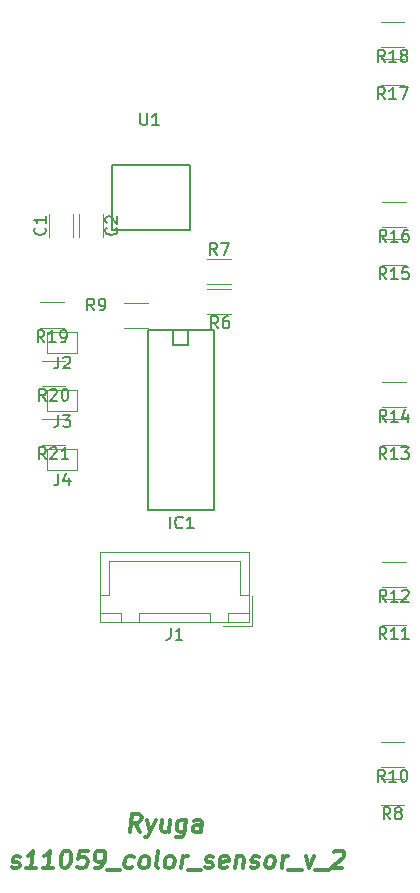
<source format=gto>
G04 #@! TF.GenerationSoftware,KiCad,Pcbnew,(5.1.0)-1*
G04 #@! TF.CreationDate,2019-03-20T22:54:13+09:00*
G04 #@! TF.ProjectId,I2C_color_sensor_v2,4932435f-636f-46c6-9f72-5f73656e736f,rev?*
G04 #@! TF.SameCoordinates,Original*
G04 #@! TF.FileFunction,Legend,Top*
G04 #@! TF.FilePolarity,Positive*
%FSLAX46Y46*%
G04 Gerber Fmt 4.6, Leading zero omitted, Abs format (unit mm)*
G04 Created by KiCad (PCBNEW (5.1.0)-1) date 2019-03-20 22:54:13*
%MOMM*%
%LPD*%
G04 APERTURE LIST*
%ADD10C,0.300000*%
%ADD11C,0.150000*%
%ADD12C,0.120000*%
G04 APERTURE END LIST*
D10*
X134201071Y-136568571D02*
X133790357Y-135854285D01*
X133343928Y-136568571D02*
X133531428Y-135068571D01*
X134102857Y-135068571D01*
X134236785Y-135140000D01*
X134299285Y-135211428D01*
X134352857Y-135354285D01*
X134326071Y-135568571D01*
X134236785Y-135711428D01*
X134156428Y-135782857D01*
X134004642Y-135854285D01*
X133433214Y-135854285D01*
X134826071Y-135568571D02*
X135058214Y-136568571D01*
X135540357Y-135568571D02*
X135058214Y-136568571D01*
X134870714Y-136925714D01*
X134790357Y-136997142D01*
X134638571Y-137068571D01*
X136754642Y-135568571D02*
X136629642Y-136568571D01*
X136111785Y-135568571D02*
X136013571Y-136354285D01*
X136067142Y-136497142D01*
X136201071Y-136568571D01*
X136415357Y-136568571D01*
X136567142Y-136497142D01*
X136647500Y-136425714D01*
X138111785Y-135568571D02*
X137960000Y-136782857D01*
X137870714Y-136925714D01*
X137790357Y-136997142D01*
X137638571Y-137068571D01*
X137424285Y-137068571D01*
X137290357Y-136997142D01*
X137995714Y-136497142D02*
X137843928Y-136568571D01*
X137558214Y-136568571D01*
X137424285Y-136497142D01*
X137361785Y-136425714D01*
X137308214Y-136282857D01*
X137361785Y-135854285D01*
X137451071Y-135711428D01*
X137531428Y-135640000D01*
X137683214Y-135568571D01*
X137968928Y-135568571D01*
X138102857Y-135640000D01*
X139343928Y-136568571D02*
X139442142Y-135782857D01*
X139388571Y-135640000D01*
X139254642Y-135568571D01*
X138968928Y-135568571D01*
X138817142Y-135640000D01*
X139352857Y-136497142D02*
X139201071Y-136568571D01*
X138843928Y-136568571D01*
X138710000Y-136497142D01*
X138656428Y-136354285D01*
X138674285Y-136211428D01*
X138763571Y-136068571D01*
X138915357Y-135997142D01*
X139272500Y-135997142D01*
X139424285Y-135925714D01*
X123352857Y-139607142D02*
X123486785Y-139678571D01*
X123772500Y-139678571D01*
X123924285Y-139607142D01*
X124013571Y-139464285D01*
X124022500Y-139392857D01*
X123968928Y-139250000D01*
X123835000Y-139178571D01*
X123620714Y-139178571D01*
X123486785Y-139107142D01*
X123433214Y-138964285D01*
X123442142Y-138892857D01*
X123531428Y-138750000D01*
X123683214Y-138678571D01*
X123897500Y-138678571D01*
X124031428Y-138750000D01*
X125415357Y-139678571D02*
X124558214Y-139678571D01*
X124986785Y-139678571D02*
X125174285Y-138178571D01*
X125004642Y-138392857D01*
X124843928Y-138535714D01*
X124692142Y-138607142D01*
X126843928Y-139678571D02*
X125986785Y-139678571D01*
X126415357Y-139678571D02*
X126602857Y-138178571D01*
X126433214Y-138392857D01*
X126272500Y-138535714D01*
X126120714Y-138607142D01*
X127960000Y-138178571D02*
X128102857Y-138178571D01*
X128236785Y-138250000D01*
X128299285Y-138321428D01*
X128352857Y-138464285D01*
X128388571Y-138750000D01*
X128343928Y-139107142D01*
X128236785Y-139392857D01*
X128147500Y-139535714D01*
X128067142Y-139607142D01*
X127915357Y-139678571D01*
X127772500Y-139678571D01*
X127638571Y-139607142D01*
X127576071Y-139535714D01*
X127522500Y-139392857D01*
X127486785Y-139107142D01*
X127531428Y-138750000D01*
X127638571Y-138464285D01*
X127727857Y-138321428D01*
X127808214Y-138250000D01*
X127960000Y-138178571D01*
X129817142Y-138178571D02*
X129102857Y-138178571D01*
X128942142Y-138892857D01*
X129022500Y-138821428D01*
X129174285Y-138750000D01*
X129531428Y-138750000D01*
X129665357Y-138821428D01*
X129727857Y-138892857D01*
X129781428Y-139035714D01*
X129736785Y-139392857D01*
X129647500Y-139535714D01*
X129567142Y-139607142D01*
X129415357Y-139678571D01*
X129058214Y-139678571D01*
X128924285Y-139607142D01*
X128861785Y-139535714D01*
X130415357Y-139678571D02*
X130701071Y-139678571D01*
X130852857Y-139607142D01*
X130933214Y-139535714D01*
X131102857Y-139321428D01*
X131210000Y-139035714D01*
X131281428Y-138464285D01*
X131227857Y-138321428D01*
X131165357Y-138250000D01*
X131031428Y-138178571D01*
X130745714Y-138178571D01*
X130593928Y-138250000D01*
X130513571Y-138321428D01*
X130424285Y-138464285D01*
X130379642Y-138821428D01*
X130433214Y-138964285D01*
X130495714Y-139035714D01*
X130629642Y-139107142D01*
X130915357Y-139107142D01*
X131067142Y-139035714D01*
X131147500Y-138964285D01*
X131236785Y-138821428D01*
X131397500Y-139821428D02*
X132540357Y-139821428D01*
X133567142Y-139607142D02*
X133415357Y-139678571D01*
X133129642Y-139678571D01*
X132995714Y-139607142D01*
X132933214Y-139535714D01*
X132879642Y-139392857D01*
X132933214Y-138964285D01*
X133022500Y-138821428D01*
X133102857Y-138750000D01*
X133254642Y-138678571D01*
X133540357Y-138678571D01*
X133674285Y-138750000D01*
X134415357Y-139678571D02*
X134281428Y-139607142D01*
X134218928Y-139535714D01*
X134165357Y-139392857D01*
X134218928Y-138964285D01*
X134308214Y-138821428D01*
X134388571Y-138750000D01*
X134540357Y-138678571D01*
X134754642Y-138678571D01*
X134888571Y-138750000D01*
X134951071Y-138821428D01*
X135004642Y-138964285D01*
X134951071Y-139392857D01*
X134861785Y-139535714D01*
X134781428Y-139607142D01*
X134629642Y-139678571D01*
X134415357Y-139678571D01*
X135772500Y-139678571D02*
X135638571Y-139607142D01*
X135585000Y-139464285D01*
X135745714Y-138178571D01*
X136558214Y-139678571D02*
X136424285Y-139607142D01*
X136361785Y-139535714D01*
X136308214Y-139392857D01*
X136361785Y-138964285D01*
X136451071Y-138821428D01*
X136531428Y-138750000D01*
X136683214Y-138678571D01*
X136897500Y-138678571D01*
X137031428Y-138750000D01*
X137093928Y-138821428D01*
X137147500Y-138964285D01*
X137093928Y-139392857D01*
X137004642Y-139535714D01*
X136924285Y-139607142D01*
X136772500Y-139678571D01*
X136558214Y-139678571D01*
X137701071Y-139678571D02*
X137826071Y-138678571D01*
X137790357Y-138964285D02*
X137879642Y-138821428D01*
X137960000Y-138750000D01*
X138111785Y-138678571D01*
X138254642Y-138678571D01*
X138254642Y-139821428D02*
X139397500Y-139821428D01*
X139710000Y-139607142D02*
X139843928Y-139678571D01*
X140129642Y-139678571D01*
X140281428Y-139607142D01*
X140370714Y-139464285D01*
X140379642Y-139392857D01*
X140326071Y-139250000D01*
X140192142Y-139178571D01*
X139977857Y-139178571D01*
X139843928Y-139107142D01*
X139790357Y-138964285D01*
X139799285Y-138892857D01*
X139888571Y-138750000D01*
X140040357Y-138678571D01*
X140254642Y-138678571D01*
X140388571Y-138750000D01*
X141567142Y-139607142D02*
X141415357Y-139678571D01*
X141129642Y-139678571D01*
X140995714Y-139607142D01*
X140942142Y-139464285D01*
X141013571Y-138892857D01*
X141102857Y-138750000D01*
X141254642Y-138678571D01*
X141540357Y-138678571D01*
X141674285Y-138750000D01*
X141727857Y-138892857D01*
X141710000Y-139035714D01*
X140977857Y-139178571D01*
X142397500Y-138678571D02*
X142272500Y-139678571D01*
X142379642Y-138821428D02*
X142460000Y-138750000D01*
X142611785Y-138678571D01*
X142826071Y-138678571D01*
X142960000Y-138750000D01*
X143013571Y-138892857D01*
X142915357Y-139678571D01*
X143567142Y-139607142D02*
X143701071Y-139678571D01*
X143986785Y-139678571D01*
X144138571Y-139607142D01*
X144227857Y-139464285D01*
X144236785Y-139392857D01*
X144183214Y-139250000D01*
X144049285Y-139178571D01*
X143835000Y-139178571D01*
X143701071Y-139107142D01*
X143647500Y-138964285D01*
X143656428Y-138892857D01*
X143745714Y-138750000D01*
X143897500Y-138678571D01*
X144111785Y-138678571D01*
X144245714Y-138750000D01*
X145058214Y-139678571D02*
X144924285Y-139607142D01*
X144861785Y-139535714D01*
X144808214Y-139392857D01*
X144861785Y-138964285D01*
X144951071Y-138821428D01*
X145031428Y-138750000D01*
X145183214Y-138678571D01*
X145397500Y-138678571D01*
X145531428Y-138750000D01*
X145593928Y-138821428D01*
X145647500Y-138964285D01*
X145593928Y-139392857D01*
X145504642Y-139535714D01*
X145424285Y-139607142D01*
X145272500Y-139678571D01*
X145058214Y-139678571D01*
X146201071Y-139678571D02*
X146326071Y-138678571D01*
X146290357Y-138964285D02*
X146379642Y-138821428D01*
X146460000Y-138750000D01*
X146611785Y-138678571D01*
X146754642Y-138678571D01*
X146754642Y-139821428D02*
X147897500Y-139821428D01*
X148254642Y-138678571D02*
X148486785Y-139678571D01*
X148968928Y-138678571D01*
X149040357Y-139821428D02*
X150183214Y-139821428D01*
X150656428Y-138321428D02*
X150736785Y-138250000D01*
X150888571Y-138178571D01*
X151245714Y-138178571D01*
X151379642Y-138250000D01*
X151442142Y-138321428D01*
X151495714Y-138464285D01*
X151477857Y-138607142D01*
X151379642Y-138821428D01*
X150415357Y-139678571D01*
X151343928Y-139678571D01*
D11*
X138460000Y-85638000D02*
X131860000Y-85638000D01*
X131860000Y-85638000D02*
X131860000Y-80138000D01*
X131860000Y-80138000D02*
X138460000Y-80138000D01*
X138460000Y-80138000D02*
X138460000Y-85638000D01*
X140462000Y-109347000D02*
X134874000Y-109347000D01*
X140462000Y-94107000D02*
X134874000Y-94107000D01*
X140462000Y-109347000D02*
X140462000Y-94107000D01*
X138303000Y-94107000D02*
X138303000Y-95377000D01*
X138303000Y-95377000D02*
X137033000Y-95377000D01*
X137033000Y-95377000D02*
X137033000Y-94107000D01*
X134874000Y-94107000D02*
X134874000Y-109347000D01*
D12*
X143725000Y-119130000D02*
X143725000Y-116630000D01*
X141225000Y-119130000D02*
X143725000Y-119130000D01*
X131575000Y-113630000D02*
X137125000Y-113630000D01*
X131575000Y-116580000D02*
X131575000Y-113630000D01*
X130825000Y-116580000D02*
X131575000Y-116580000D01*
X142675000Y-113630000D02*
X137125000Y-113630000D01*
X142675000Y-116580000D02*
X142675000Y-113630000D01*
X143425000Y-116580000D02*
X142675000Y-116580000D01*
X130825000Y-118830000D02*
X132625000Y-118830000D01*
X130825000Y-118080000D02*
X130825000Y-118830000D01*
X132625000Y-118080000D02*
X130825000Y-118080000D01*
X132625000Y-118830000D02*
X132625000Y-118080000D01*
X141625000Y-118830000D02*
X143425000Y-118830000D01*
X141625000Y-118080000D02*
X141625000Y-118830000D01*
X143425000Y-118080000D02*
X141625000Y-118080000D01*
X143425000Y-118830000D02*
X143425000Y-118080000D01*
X134125000Y-118830000D02*
X140125000Y-118830000D01*
X134125000Y-118080000D02*
X134125000Y-118830000D01*
X140125000Y-118080000D02*
X134125000Y-118080000D01*
X140125000Y-118830000D02*
X140125000Y-118080000D01*
X130825000Y-118830000D02*
X143425000Y-118830000D01*
X130825000Y-112880000D02*
X130825000Y-118830000D01*
X143425000Y-112880000D02*
X130825000Y-112880000D01*
X143425000Y-118830000D02*
X143425000Y-112880000D01*
X128560000Y-86265000D02*
X128560000Y-84265000D01*
X126520000Y-84265000D02*
X126520000Y-86265000D01*
X131100000Y-86265000D02*
X131100000Y-84265000D01*
X129060000Y-84265000D02*
X129060000Y-86265000D01*
X139875000Y-90624000D02*
X141875000Y-90624000D01*
X141875000Y-92764000D02*
X139875000Y-92764000D01*
X141875000Y-90224000D02*
X139875000Y-90224000D01*
X139875000Y-88084000D02*
X141875000Y-88084000D01*
X132890000Y-91815000D02*
X134890000Y-91815000D01*
X134890000Y-93955000D02*
X132890000Y-93955000D01*
X128905000Y-94233000D02*
X128905000Y-96013000D01*
X126365000Y-96013000D02*
X126365000Y-94233000D01*
X126365000Y-96013000D02*
X128905000Y-96013000D01*
X128905000Y-94233000D02*
X126365000Y-94233000D01*
X128905000Y-99186000D02*
X128905000Y-100966000D01*
X126365000Y-100966000D02*
X126365000Y-99186000D01*
X126365000Y-100966000D02*
X128905000Y-100966000D01*
X128905000Y-99186000D02*
X126365000Y-99186000D01*
X128905000Y-104139000D02*
X126365000Y-104139000D01*
X126365000Y-105919000D02*
X128905000Y-105919000D01*
X126365000Y-105919000D02*
X126365000Y-104139000D01*
X128905000Y-104139000D02*
X128905000Y-105919000D01*
X127746000Y-93907000D02*
X125746000Y-93907000D01*
X125746000Y-91767000D02*
X127746000Y-91767000D01*
X125873000Y-96720000D02*
X127873000Y-96720000D01*
X127873000Y-98860000D02*
X125873000Y-98860000D01*
X127873000Y-103813000D02*
X125873000Y-103813000D01*
X125873000Y-101673000D02*
X127873000Y-101673000D01*
X156575000Y-134293000D02*
X154575000Y-134293000D01*
X154575000Y-132153000D02*
X156575000Y-132153000D01*
X154575000Y-128978000D02*
X156575000Y-128978000D01*
X156575000Y-131118000D02*
X154575000Y-131118000D01*
X156702000Y-119053000D02*
X154702000Y-119053000D01*
X154702000Y-116913000D02*
X156702000Y-116913000D01*
X154702000Y-113738000D02*
X156702000Y-113738000D01*
X156702000Y-115878000D02*
X154702000Y-115878000D01*
X156702000Y-103813000D02*
X154702000Y-103813000D01*
X154702000Y-101673000D02*
X156702000Y-101673000D01*
X154702000Y-98498000D02*
X156702000Y-98498000D01*
X156702000Y-100638000D02*
X154702000Y-100638000D01*
X156702000Y-88573000D02*
X154702000Y-88573000D01*
X154702000Y-86433000D02*
X156702000Y-86433000D01*
X154702000Y-83258000D02*
X156702000Y-83258000D01*
X156702000Y-85398000D02*
X154702000Y-85398000D01*
X156575000Y-73333000D02*
X154575000Y-73333000D01*
X154575000Y-71193000D02*
X156575000Y-71193000D01*
X154575000Y-68018000D02*
X156575000Y-68018000D01*
X156575000Y-70158000D02*
X154575000Y-70158000D01*
D11*
X134238095Y-75745380D02*
X134238095Y-76554904D01*
X134285714Y-76650142D01*
X134333333Y-76697761D01*
X134428571Y-76745380D01*
X134619047Y-76745380D01*
X134714285Y-76697761D01*
X134761904Y-76650142D01*
X134809523Y-76554904D01*
X134809523Y-75745380D01*
X135809523Y-76745380D02*
X135238095Y-76745380D01*
X135523809Y-76745380D02*
X135523809Y-75745380D01*
X135428571Y-75888238D01*
X135333333Y-75983476D01*
X135238095Y-76031095D01*
X136761809Y-110904380D02*
X136761809Y-109904380D01*
X137809428Y-110809142D02*
X137761809Y-110856761D01*
X137618952Y-110904380D01*
X137523714Y-110904380D01*
X137380857Y-110856761D01*
X137285619Y-110761523D01*
X137238000Y-110666285D01*
X137190380Y-110475809D01*
X137190380Y-110332952D01*
X137238000Y-110142476D01*
X137285619Y-110047238D01*
X137380857Y-109952000D01*
X137523714Y-109904380D01*
X137618952Y-109904380D01*
X137761809Y-109952000D01*
X137809428Y-109999619D01*
X138761809Y-110904380D02*
X138190380Y-110904380D01*
X138476095Y-110904380D02*
X138476095Y-109904380D01*
X138380857Y-110047238D01*
X138285619Y-110142476D01*
X138190380Y-110190095D01*
X136791666Y-119332380D02*
X136791666Y-120046666D01*
X136744047Y-120189523D01*
X136648809Y-120284761D01*
X136505952Y-120332380D01*
X136410714Y-120332380D01*
X137791666Y-120332380D02*
X137220238Y-120332380D01*
X137505952Y-120332380D02*
X137505952Y-119332380D01*
X137410714Y-119475238D01*
X137315476Y-119570476D01*
X137220238Y-119618095D01*
X126147142Y-85431666D02*
X126194761Y-85479285D01*
X126242380Y-85622142D01*
X126242380Y-85717380D01*
X126194761Y-85860238D01*
X126099523Y-85955476D01*
X126004285Y-86003095D01*
X125813809Y-86050714D01*
X125670952Y-86050714D01*
X125480476Y-86003095D01*
X125385238Y-85955476D01*
X125290000Y-85860238D01*
X125242380Y-85717380D01*
X125242380Y-85622142D01*
X125290000Y-85479285D01*
X125337619Y-85431666D01*
X126242380Y-84479285D02*
X126242380Y-85050714D01*
X126242380Y-84765000D02*
X125242380Y-84765000D01*
X125385238Y-84860238D01*
X125480476Y-84955476D01*
X125528095Y-85050714D01*
X132187142Y-85431666D02*
X132234761Y-85479285D01*
X132282380Y-85622142D01*
X132282380Y-85717380D01*
X132234761Y-85860238D01*
X132139523Y-85955476D01*
X132044285Y-86003095D01*
X131853809Y-86050714D01*
X131710952Y-86050714D01*
X131520476Y-86003095D01*
X131425238Y-85955476D01*
X131330000Y-85860238D01*
X131282380Y-85717380D01*
X131282380Y-85622142D01*
X131330000Y-85479285D01*
X131377619Y-85431666D01*
X131377619Y-85050714D02*
X131330000Y-85003095D01*
X131282380Y-84907857D01*
X131282380Y-84669761D01*
X131330000Y-84574523D01*
X131377619Y-84526904D01*
X131472857Y-84479285D01*
X131568095Y-84479285D01*
X131710952Y-84526904D01*
X132282380Y-85098333D01*
X132282380Y-84479285D01*
X140833333Y-93952380D02*
X140500000Y-93476190D01*
X140261904Y-93952380D02*
X140261904Y-92952380D01*
X140642857Y-92952380D01*
X140738095Y-93000000D01*
X140785714Y-93047619D01*
X140833333Y-93142857D01*
X140833333Y-93285714D01*
X140785714Y-93380952D01*
X140738095Y-93428571D01*
X140642857Y-93476190D01*
X140261904Y-93476190D01*
X141690476Y-92952380D02*
X141500000Y-92952380D01*
X141404761Y-93000000D01*
X141357142Y-93047619D01*
X141261904Y-93190476D01*
X141214285Y-93380952D01*
X141214285Y-93761904D01*
X141261904Y-93857142D01*
X141309523Y-93904761D01*
X141404761Y-93952380D01*
X141595238Y-93952380D01*
X141690476Y-93904761D01*
X141738095Y-93857142D01*
X141785714Y-93761904D01*
X141785714Y-93523809D01*
X141738095Y-93428571D01*
X141690476Y-93380952D01*
X141595238Y-93333333D01*
X141404761Y-93333333D01*
X141309523Y-93380952D01*
X141261904Y-93428571D01*
X141214285Y-93523809D01*
X140708333Y-87756380D02*
X140375000Y-87280190D01*
X140136904Y-87756380D02*
X140136904Y-86756380D01*
X140517857Y-86756380D01*
X140613095Y-86804000D01*
X140660714Y-86851619D01*
X140708333Y-86946857D01*
X140708333Y-87089714D01*
X140660714Y-87184952D01*
X140613095Y-87232571D01*
X140517857Y-87280190D01*
X140136904Y-87280190D01*
X141041666Y-86756380D02*
X141708333Y-86756380D01*
X141279761Y-87756380D01*
X130333333Y-92452380D02*
X130000000Y-91976190D01*
X129761904Y-92452380D02*
X129761904Y-91452380D01*
X130142857Y-91452380D01*
X130238095Y-91500000D01*
X130285714Y-91547619D01*
X130333333Y-91642857D01*
X130333333Y-91785714D01*
X130285714Y-91880952D01*
X130238095Y-91928571D01*
X130142857Y-91976190D01*
X129761904Y-91976190D01*
X130809523Y-92452380D02*
X131000000Y-92452380D01*
X131095238Y-92404761D01*
X131142857Y-92357142D01*
X131238095Y-92214285D01*
X131285714Y-92023809D01*
X131285714Y-91642857D01*
X131238095Y-91547619D01*
X131190476Y-91500000D01*
X131095238Y-91452380D01*
X130904761Y-91452380D01*
X130809523Y-91500000D01*
X130761904Y-91547619D01*
X130714285Y-91642857D01*
X130714285Y-91880952D01*
X130761904Y-91976190D01*
X130809523Y-92023809D01*
X130904761Y-92071428D01*
X131095238Y-92071428D01*
X131190476Y-92023809D01*
X131238095Y-91976190D01*
X131285714Y-91880952D01*
X127301666Y-96355380D02*
X127301666Y-97069666D01*
X127254047Y-97212523D01*
X127158809Y-97307761D01*
X127015952Y-97355380D01*
X126920714Y-97355380D01*
X127730238Y-96450619D02*
X127777857Y-96403000D01*
X127873095Y-96355380D01*
X128111190Y-96355380D01*
X128206428Y-96403000D01*
X128254047Y-96450619D01*
X128301666Y-96545857D01*
X128301666Y-96641095D01*
X128254047Y-96783952D01*
X127682619Y-97355380D01*
X128301666Y-97355380D01*
X127301666Y-101308380D02*
X127301666Y-102022666D01*
X127254047Y-102165523D01*
X127158809Y-102260761D01*
X127015952Y-102308380D01*
X126920714Y-102308380D01*
X127682619Y-101308380D02*
X128301666Y-101308380D01*
X127968333Y-101689333D01*
X128111190Y-101689333D01*
X128206428Y-101736952D01*
X128254047Y-101784571D01*
X128301666Y-101879809D01*
X128301666Y-102117904D01*
X128254047Y-102213142D01*
X128206428Y-102260761D01*
X128111190Y-102308380D01*
X127825476Y-102308380D01*
X127730238Y-102260761D01*
X127682619Y-102213142D01*
X127301666Y-106261380D02*
X127301666Y-106975666D01*
X127254047Y-107118523D01*
X127158809Y-107213761D01*
X127015952Y-107261380D01*
X126920714Y-107261380D01*
X128206428Y-106594714D02*
X128206428Y-107261380D01*
X127968333Y-106213761D02*
X127730238Y-106928047D01*
X128349285Y-106928047D01*
X126103142Y-95139380D02*
X125769809Y-94663190D01*
X125531714Y-95139380D02*
X125531714Y-94139380D01*
X125912666Y-94139380D01*
X126007904Y-94187000D01*
X126055523Y-94234619D01*
X126103142Y-94329857D01*
X126103142Y-94472714D01*
X126055523Y-94567952D01*
X126007904Y-94615571D01*
X125912666Y-94663190D01*
X125531714Y-94663190D01*
X127055523Y-95139380D02*
X126484095Y-95139380D01*
X126769809Y-95139380D02*
X126769809Y-94139380D01*
X126674571Y-94282238D01*
X126579333Y-94377476D01*
X126484095Y-94425095D01*
X127531714Y-95139380D02*
X127722190Y-95139380D01*
X127817428Y-95091761D01*
X127865047Y-95044142D01*
X127960285Y-94901285D01*
X128007904Y-94710809D01*
X128007904Y-94329857D01*
X127960285Y-94234619D01*
X127912666Y-94187000D01*
X127817428Y-94139380D01*
X127626952Y-94139380D01*
X127531714Y-94187000D01*
X127484095Y-94234619D01*
X127436476Y-94329857D01*
X127436476Y-94567952D01*
X127484095Y-94663190D01*
X127531714Y-94710809D01*
X127626952Y-94758428D01*
X127817428Y-94758428D01*
X127912666Y-94710809D01*
X127960285Y-94663190D01*
X128007904Y-94567952D01*
X126230142Y-100092380D02*
X125896809Y-99616190D01*
X125658714Y-100092380D02*
X125658714Y-99092380D01*
X126039666Y-99092380D01*
X126134904Y-99140000D01*
X126182523Y-99187619D01*
X126230142Y-99282857D01*
X126230142Y-99425714D01*
X126182523Y-99520952D01*
X126134904Y-99568571D01*
X126039666Y-99616190D01*
X125658714Y-99616190D01*
X126611095Y-99187619D02*
X126658714Y-99140000D01*
X126753952Y-99092380D01*
X126992047Y-99092380D01*
X127087285Y-99140000D01*
X127134904Y-99187619D01*
X127182523Y-99282857D01*
X127182523Y-99378095D01*
X127134904Y-99520952D01*
X126563476Y-100092380D01*
X127182523Y-100092380D01*
X127801571Y-99092380D02*
X127896809Y-99092380D01*
X127992047Y-99140000D01*
X128039666Y-99187619D01*
X128087285Y-99282857D01*
X128134904Y-99473333D01*
X128134904Y-99711428D01*
X128087285Y-99901904D01*
X128039666Y-99997142D01*
X127992047Y-100044761D01*
X127896809Y-100092380D01*
X127801571Y-100092380D01*
X127706333Y-100044761D01*
X127658714Y-99997142D01*
X127611095Y-99901904D01*
X127563476Y-99711428D01*
X127563476Y-99473333D01*
X127611095Y-99282857D01*
X127658714Y-99187619D01*
X127706333Y-99140000D01*
X127801571Y-99092380D01*
X126230142Y-105045380D02*
X125896809Y-104569190D01*
X125658714Y-105045380D02*
X125658714Y-104045380D01*
X126039666Y-104045380D01*
X126134904Y-104093000D01*
X126182523Y-104140619D01*
X126230142Y-104235857D01*
X126230142Y-104378714D01*
X126182523Y-104473952D01*
X126134904Y-104521571D01*
X126039666Y-104569190D01*
X125658714Y-104569190D01*
X126611095Y-104140619D02*
X126658714Y-104093000D01*
X126753952Y-104045380D01*
X126992047Y-104045380D01*
X127087285Y-104093000D01*
X127134904Y-104140619D01*
X127182523Y-104235857D01*
X127182523Y-104331095D01*
X127134904Y-104473952D01*
X126563476Y-105045380D01*
X127182523Y-105045380D01*
X128134904Y-105045380D02*
X127563476Y-105045380D01*
X127849190Y-105045380D02*
X127849190Y-104045380D01*
X127753952Y-104188238D01*
X127658714Y-104283476D01*
X127563476Y-104331095D01*
X155408333Y-135525380D02*
X155075000Y-135049190D01*
X154836904Y-135525380D02*
X154836904Y-134525380D01*
X155217857Y-134525380D01*
X155313095Y-134573000D01*
X155360714Y-134620619D01*
X155408333Y-134715857D01*
X155408333Y-134858714D01*
X155360714Y-134953952D01*
X155313095Y-135001571D01*
X155217857Y-135049190D01*
X154836904Y-135049190D01*
X155979761Y-134953952D02*
X155884523Y-134906333D01*
X155836904Y-134858714D01*
X155789285Y-134763476D01*
X155789285Y-134715857D01*
X155836904Y-134620619D01*
X155884523Y-134573000D01*
X155979761Y-134525380D01*
X156170238Y-134525380D01*
X156265476Y-134573000D01*
X156313095Y-134620619D01*
X156360714Y-134715857D01*
X156360714Y-134763476D01*
X156313095Y-134858714D01*
X156265476Y-134906333D01*
X156170238Y-134953952D01*
X155979761Y-134953952D01*
X155884523Y-135001571D01*
X155836904Y-135049190D01*
X155789285Y-135144428D01*
X155789285Y-135334904D01*
X155836904Y-135430142D01*
X155884523Y-135477761D01*
X155979761Y-135525380D01*
X156170238Y-135525380D01*
X156265476Y-135477761D01*
X156313095Y-135430142D01*
X156360714Y-135334904D01*
X156360714Y-135144428D01*
X156313095Y-135049190D01*
X156265476Y-135001571D01*
X156170238Y-134953952D01*
X154932142Y-132350380D02*
X154598809Y-131874190D01*
X154360714Y-132350380D02*
X154360714Y-131350380D01*
X154741666Y-131350380D01*
X154836904Y-131398000D01*
X154884523Y-131445619D01*
X154932142Y-131540857D01*
X154932142Y-131683714D01*
X154884523Y-131778952D01*
X154836904Y-131826571D01*
X154741666Y-131874190D01*
X154360714Y-131874190D01*
X155884523Y-132350380D02*
X155313095Y-132350380D01*
X155598809Y-132350380D02*
X155598809Y-131350380D01*
X155503571Y-131493238D01*
X155408333Y-131588476D01*
X155313095Y-131636095D01*
X156503571Y-131350380D02*
X156598809Y-131350380D01*
X156694047Y-131398000D01*
X156741666Y-131445619D01*
X156789285Y-131540857D01*
X156836904Y-131731333D01*
X156836904Y-131969428D01*
X156789285Y-132159904D01*
X156741666Y-132255142D01*
X156694047Y-132302761D01*
X156598809Y-132350380D01*
X156503571Y-132350380D01*
X156408333Y-132302761D01*
X156360714Y-132255142D01*
X156313095Y-132159904D01*
X156265476Y-131969428D01*
X156265476Y-131731333D01*
X156313095Y-131540857D01*
X156360714Y-131445619D01*
X156408333Y-131398000D01*
X156503571Y-131350380D01*
X155059142Y-120285380D02*
X154725809Y-119809190D01*
X154487714Y-120285380D02*
X154487714Y-119285380D01*
X154868666Y-119285380D01*
X154963904Y-119333000D01*
X155011523Y-119380619D01*
X155059142Y-119475857D01*
X155059142Y-119618714D01*
X155011523Y-119713952D01*
X154963904Y-119761571D01*
X154868666Y-119809190D01*
X154487714Y-119809190D01*
X156011523Y-120285380D02*
X155440095Y-120285380D01*
X155725809Y-120285380D02*
X155725809Y-119285380D01*
X155630571Y-119428238D01*
X155535333Y-119523476D01*
X155440095Y-119571095D01*
X156963904Y-120285380D02*
X156392476Y-120285380D01*
X156678190Y-120285380D02*
X156678190Y-119285380D01*
X156582952Y-119428238D01*
X156487714Y-119523476D01*
X156392476Y-119571095D01*
X155059142Y-117110380D02*
X154725809Y-116634190D01*
X154487714Y-117110380D02*
X154487714Y-116110380D01*
X154868666Y-116110380D01*
X154963904Y-116158000D01*
X155011523Y-116205619D01*
X155059142Y-116300857D01*
X155059142Y-116443714D01*
X155011523Y-116538952D01*
X154963904Y-116586571D01*
X154868666Y-116634190D01*
X154487714Y-116634190D01*
X156011523Y-117110380D02*
X155440095Y-117110380D01*
X155725809Y-117110380D02*
X155725809Y-116110380D01*
X155630571Y-116253238D01*
X155535333Y-116348476D01*
X155440095Y-116396095D01*
X156392476Y-116205619D02*
X156440095Y-116158000D01*
X156535333Y-116110380D01*
X156773428Y-116110380D01*
X156868666Y-116158000D01*
X156916285Y-116205619D01*
X156963904Y-116300857D01*
X156963904Y-116396095D01*
X156916285Y-116538952D01*
X156344857Y-117110380D01*
X156963904Y-117110380D01*
X155059142Y-105045380D02*
X154725809Y-104569190D01*
X154487714Y-105045380D02*
X154487714Y-104045380D01*
X154868666Y-104045380D01*
X154963904Y-104093000D01*
X155011523Y-104140619D01*
X155059142Y-104235857D01*
X155059142Y-104378714D01*
X155011523Y-104473952D01*
X154963904Y-104521571D01*
X154868666Y-104569190D01*
X154487714Y-104569190D01*
X156011523Y-105045380D02*
X155440095Y-105045380D01*
X155725809Y-105045380D02*
X155725809Y-104045380D01*
X155630571Y-104188238D01*
X155535333Y-104283476D01*
X155440095Y-104331095D01*
X156344857Y-104045380D02*
X156963904Y-104045380D01*
X156630571Y-104426333D01*
X156773428Y-104426333D01*
X156868666Y-104473952D01*
X156916285Y-104521571D01*
X156963904Y-104616809D01*
X156963904Y-104854904D01*
X156916285Y-104950142D01*
X156868666Y-104997761D01*
X156773428Y-105045380D01*
X156487714Y-105045380D01*
X156392476Y-104997761D01*
X156344857Y-104950142D01*
X155059142Y-101870380D02*
X154725809Y-101394190D01*
X154487714Y-101870380D02*
X154487714Y-100870380D01*
X154868666Y-100870380D01*
X154963904Y-100918000D01*
X155011523Y-100965619D01*
X155059142Y-101060857D01*
X155059142Y-101203714D01*
X155011523Y-101298952D01*
X154963904Y-101346571D01*
X154868666Y-101394190D01*
X154487714Y-101394190D01*
X156011523Y-101870380D02*
X155440095Y-101870380D01*
X155725809Y-101870380D02*
X155725809Y-100870380D01*
X155630571Y-101013238D01*
X155535333Y-101108476D01*
X155440095Y-101156095D01*
X156868666Y-101203714D02*
X156868666Y-101870380D01*
X156630571Y-100822761D02*
X156392476Y-101537047D01*
X157011523Y-101537047D01*
X155059142Y-89805380D02*
X154725809Y-89329190D01*
X154487714Y-89805380D02*
X154487714Y-88805380D01*
X154868666Y-88805380D01*
X154963904Y-88853000D01*
X155011523Y-88900619D01*
X155059142Y-88995857D01*
X155059142Y-89138714D01*
X155011523Y-89233952D01*
X154963904Y-89281571D01*
X154868666Y-89329190D01*
X154487714Y-89329190D01*
X156011523Y-89805380D02*
X155440095Y-89805380D01*
X155725809Y-89805380D02*
X155725809Y-88805380D01*
X155630571Y-88948238D01*
X155535333Y-89043476D01*
X155440095Y-89091095D01*
X156916285Y-88805380D02*
X156440095Y-88805380D01*
X156392476Y-89281571D01*
X156440095Y-89233952D01*
X156535333Y-89186333D01*
X156773428Y-89186333D01*
X156868666Y-89233952D01*
X156916285Y-89281571D01*
X156963904Y-89376809D01*
X156963904Y-89614904D01*
X156916285Y-89710142D01*
X156868666Y-89757761D01*
X156773428Y-89805380D01*
X156535333Y-89805380D01*
X156440095Y-89757761D01*
X156392476Y-89710142D01*
X155059142Y-86630380D02*
X154725809Y-86154190D01*
X154487714Y-86630380D02*
X154487714Y-85630380D01*
X154868666Y-85630380D01*
X154963904Y-85678000D01*
X155011523Y-85725619D01*
X155059142Y-85820857D01*
X155059142Y-85963714D01*
X155011523Y-86058952D01*
X154963904Y-86106571D01*
X154868666Y-86154190D01*
X154487714Y-86154190D01*
X156011523Y-86630380D02*
X155440095Y-86630380D01*
X155725809Y-86630380D02*
X155725809Y-85630380D01*
X155630571Y-85773238D01*
X155535333Y-85868476D01*
X155440095Y-85916095D01*
X156868666Y-85630380D02*
X156678190Y-85630380D01*
X156582952Y-85678000D01*
X156535333Y-85725619D01*
X156440095Y-85868476D01*
X156392476Y-86058952D01*
X156392476Y-86439904D01*
X156440095Y-86535142D01*
X156487714Y-86582761D01*
X156582952Y-86630380D01*
X156773428Y-86630380D01*
X156868666Y-86582761D01*
X156916285Y-86535142D01*
X156963904Y-86439904D01*
X156963904Y-86201809D01*
X156916285Y-86106571D01*
X156868666Y-86058952D01*
X156773428Y-86011333D01*
X156582952Y-86011333D01*
X156487714Y-86058952D01*
X156440095Y-86106571D01*
X156392476Y-86201809D01*
X154932142Y-74565380D02*
X154598809Y-74089190D01*
X154360714Y-74565380D02*
X154360714Y-73565380D01*
X154741666Y-73565380D01*
X154836904Y-73613000D01*
X154884523Y-73660619D01*
X154932142Y-73755857D01*
X154932142Y-73898714D01*
X154884523Y-73993952D01*
X154836904Y-74041571D01*
X154741666Y-74089190D01*
X154360714Y-74089190D01*
X155884523Y-74565380D02*
X155313095Y-74565380D01*
X155598809Y-74565380D02*
X155598809Y-73565380D01*
X155503571Y-73708238D01*
X155408333Y-73803476D01*
X155313095Y-73851095D01*
X156217857Y-73565380D02*
X156884523Y-73565380D01*
X156455952Y-74565380D01*
X154932142Y-71390380D02*
X154598809Y-70914190D01*
X154360714Y-71390380D02*
X154360714Y-70390380D01*
X154741666Y-70390380D01*
X154836904Y-70438000D01*
X154884523Y-70485619D01*
X154932142Y-70580857D01*
X154932142Y-70723714D01*
X154884523Y-70818952D01*
X154836904Y-70866571D01*
X154741666Y-70914190D01*
X154360714Y-70914190D01*
X155884523Y-71390380D02*
X155313095Y-71390380D01*
X155598809Y-71390380D02*
X155598809Y-70390380D01*
X155503571Y-70533238D01*
X155408333Y-70628476D01*
X155313095Y-70676095D01*
X156455952Y-70818952D02*
X156360714Y-70771333D01*
X156313095Y-70723714D01*
X156265476Y-70628476D01*
X156265476Y-70580857D01*
X156313095Y-70485619D01*
X156360714Y-70438000D01*
X156455952Y-70390380D01*
X156646428Y-70390380D01*
X156741666Y-70438000D01*
X156789285Y-70485619D01*
X156836904Y-70580857D01*
X156836904Y-70628476D01*
X156789285Y-70723714D01*
X156741666Y-70771333D01*
X156646428Y-70818952D01*
X156455952Y-70818952D01*
X156360714Y-70866571D01*
X156313095Y-70914190D01*
X156265476Y-71009428D01*
X156265476Y-71199904D01*
X156313095Y-71295142D01*
X156360714Y-71342761D01*
X156455952Y-71390380D01*
X156646428Y-71390380D01*
X156741666Y-71342761D01*
X156789285Y-71295142D01*
X156836904Y-71199904D01*
X156836904Y-71009428D01*
X156789285Y-70914190D01*
X156741666Y-70866571D01*
X156646428Y-70818952D01*
M02*

</source>
